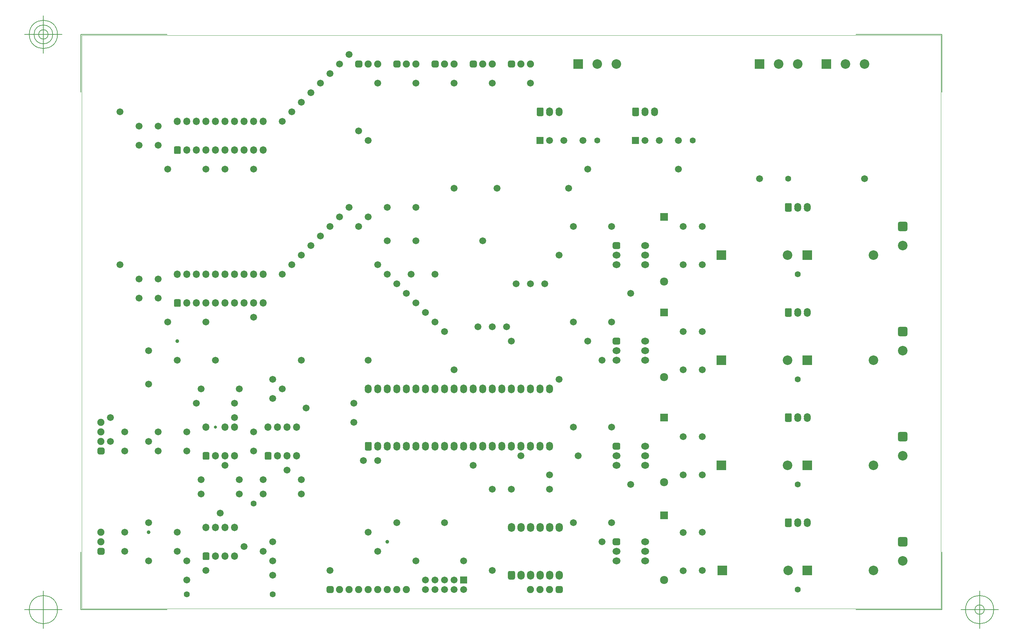
<source format=gbr>
G04 Generated by Ultiboard 14.3 *
%FSLAX35Y35*%
%MOMM*%

%ADD10C,0.00001*%
%ADD11C,0.00100*%
%ADD12C,0.12700*%
%ADD13C,0.00127*%
%ADD14C,0.99492*%
%ADD15C,0.76200*%
%ADD16C,1.82880*%
%ADD17C,1.01600*%
%ADD18C,0.80000*%
%ADD19C,1.90500*%
%ADD20C,1.60000*%
%ADD21R,2.54000X2.54000*%
%ADD22C,2.54000*%
%ADD23R,2.15900X2.15900*%
%ADD24C,2.15900*%
%ADD25C,1.82880*%
%ADD26R,1.82880X1.82880*%
%ADD27C,1.00000*%


G04 ColorRGB FF00CC for the following layer *
%LNSolder Mask Top*%
%LPD*%
G54D10*
G54D11*
G36*
X12604750Y462496D02*
X12604750Y553504D01*
X12795250Y553504D01*
X12795250Y462496D01*
X12604750Y462496D01*
G37*
G36*
X12654496Y412750D02*
X12654496Y603250D01*
X12745504Y603250D01*
X12745504Y412750D01*
X12654496Y412750D01*
G37*
G36*
X14122400Y1724660D02*
X14122400Y1831340D01*
X14325600Y1831340D01*
X14325600Y1724660D01*
X14122400Y1724660D01*
G37*
G36*
X14160500Y1686560D02*
X14160500Y1869440D01*
X14287500Y1869440D01*
X14287500Y1686560D01*
X14160500Y1686560D01*
G37*
G36*
X14213840Y1432560D02*
X14213840Y1615440D01*
X14234160Y1615440D01*
X14234160Y1432560D01*
X14213840Y1432560D01*
G37*
G36*
X14213840Y1178560D02*
X14213840Y1361440D01*
X14234160Y1361440D01*
X14234160Y1178560D01*
X14213840Y1178560D01*
G37*
G36*
X14975840Y1178560D02*
X14975840Y1361440D01*
X14996160Y1361440D01*
X14996160Y1178560D01*
X14975840Y1178560D01*
G37*
G36*
X14975840Y1432560D02*
X14975840Y1615440D01*
X14996160Y1615440D01*
X14996160Y1432560D01*
X14975840Y1432560D01*
G37*
G36*
X14975840Y1686560D02*
X14975840Y1869440D01*
X14996160Y1869440D01*
X14996160Y1686560D01*
X14975840Y1686560D01*
G37*
G36*
X21717000Y1701800D02*
X21717000Y1854200D01*
X21971000Y1854200D01*
X21971000Y1701800D01*
X21717000Y1701800D01*
G37*
G36*
X21767800Y1651000D02*
X21767800Y1905000D01*
X21920200Y1905000D01*
X21920200Y1651000D01*
X21767800Y1651000D01*
G37*
G36*
X18958560Y2263140D02*
X18958560Y2308860D01*
X19141440Y2308860D01*
X19141440Y2263140D01*
X18958560Y2263140D01*
G37*
G36*
X19212560Y2263140D02*
X19212560Y2308860D01*
X19395440Y2308860D01*
X19395440Y2263140D01*
X19212560Y2263140D01*
G37*
G36*
X18704560Y2209800D02*
X18704560Y2362200D01*
X18887440Y2362200D01*
X18887440Y2209800D01*
X18704560Y2209800D01*
G37*
G36*
X18742660Y2171700D02*
X18742660Y2400300D01*
X18849340Y2400300D01*
X18849340Y2171700D01*
X18742660Y2171700D01*
G37*
G36*
X14122400Y4264660D02*
X14122400Y4371340D01*
X14325600Y4371340D01*
X14325600Y4264660D01*
X14122400Y4264660D01*
G37*
G36*
X14160500Y4226560D02*
X14160500Y4409440D01*
X14287500Y4409440D01*
X14287500Y4226560D01*
X14160500Y4226560D01*
G37*
G36*
X14213840Y3972560D02*
X14213840Y4155440D01*
X14234160Y4155440D01*
X14234160Y3972560D01*
X14213840Y3972560D01*
G37*
G36*
X14213840Y3718560D02*
X14213840Y3901440D01*
X14234160Y3901440D01*
X14234160Y3718560D01*
X14213840Y3718560D01*
G37*
G36*
X14975840Y3718560D02*
X14975840Y3901440D01*
X14996160Y3901440D01*
X14996160Y3718560D01*
X14975840Y3718560D01*
G37*
G36*
X14975840Y3972560D02*
X14975840Y4155440D01*
X14996160Y4155440D01*
X14996160Y3972560D01*
X14975840Y3972560D01*
G37*
G36*
X14975840Y4226560D02*
X14975840Y4409440D01*
X14996160Y4409440D01*
X14996160Y4226560D01*
X14975840Y4226560D01*
G37*
G36*
X21717000Y4495800D02*
X21717000Y4648200D01*
X21971000Y4648200D01*
X21971000Y4495800D01*
X21717000Y4495800D01*
G37*
G36*
X21767800Y4445000D02*
X21767800Y4699000D01*
X21920200Y4699000D01*
X21920200Y4445000D01*
X21767800Y4445000D01*
G37*
G36*
X18958560Y5057140D02*
X18958560Y5102860D01*
X19141440Y5102860D01*
X19141440Y5057140D01*
X18958560Y5057140D01*
G37*
G36*
X19212560Y5057140D02*
X19212560Y5102860D01*
X19395440Y5102860D01*
X19395440Y5057140D01*
X19212560Y5057140D01*
G37*
G36*
X18704560Y5003800D02*
X18704560Y5156200D01*
X18887440Y5156200D01*
X18887440Y5003800D01*
X18704560Y5003800D01*
G37*
G36*
X18742660Y4965700D02*
X18742660Y5194300D01*
X18849340Y5194300D01*
X18849340Y4965700D01*
X18742660Y4965700D01*
G37*
G36*
X14122400Y7058660D02*
X14122400Y7165340D01*
X14325600Y7165340D01*
X14325600Y7058660D01*
X14122400Y7058660D01*
G37*
G36*
X14160500Y7020560D02*
X14160500Y7203440D01*
X14287500Y7203440D01*
X14287500Y7020560D01*
X14160500Y7020560D01*
G37*
G36*
X14213840Y6766560D02*
X14213840Y6949440D01*
X14234160Y6949440D01*
X14234160Y6766560D01*
X14213840Y6766560D01*
G37*
G36*
X14213840Y6512560D02*
X14213840Y6695440D01*
X14234160Y6695440D01*
X14234160Y6512560D01*
X14213840Y6512560D01*
G37*
G36*
X14975840Y6512560D02*
X14975840Y6695440D01*
X14996160Y6695440D01*
X14996160Y6512560D01*
X14975840Y6512560D01*
G37*
G36*
X14975840Y6766560D02*
X14975840Y6949440D01*
X14996160Y6949440D01*
X14996160Y6766560D01*
X14975840Y6766560D01*
G37*
G36*
X14975840Y7020560D02*
X14975840Y7203440D01*
X14996160Y7203440D01*
X14996160Y7020560D01*
X14975840Y7020560D01*
G37*
G36*
X21717000Y7289800D02*
X21717000Y7442200D01*
X21971000Y7442200D01*
X21971000Y7289800D01*
X21717000Y7289800D01*
G37*
G36*
X21767800Y7239000D02*
X21767800Y7493000D01*
X21920200Y7493000D01*
X21920200Y7239000D01*
X21767800Y7239000D01*
G37*
G36*
X18958560Y7851140D02*
X18958560Y7896860D01*
X19141440Y7896860D01*
X19141440Y7851140D01*
X18958560Y7851140D01*
G37*
G36*
X19212560Y7851140D02*
X19212560Y7896860D01*
X19395440Y7896860D01*
X19395440Y7851140D01*
X19212560Y7851140D01*
G37*
G36*
X18704560Y7797800D02*
X18704560Y7950200D01*
X18887440Y7950200D01*
X18887440Y7797800D01*
X18704560Y7797800D01*
G37*
G36*
X18742660Y7759700D02*
X18742660Y7988300D01*
X18849340Y7988300D01*
X18849340Y7759700D01*
X18742660Y7759700D01*
G37*
G36*
X14122400Y9598660D02*
X14122400Y9705340D01*
X14325600Y9705340D01*
X14325600Y9598660D01*
X14122400Y9598660D01*
G37*
G36*
X14160500Y9560560D02*
X14160500Y9743440D01*
X14287500Y9743440D01*
X14287500Y9560560D01*
X14160500Y9560560D01*
G37*
G36*
X14213840Y9306560D02*
X14213840Y9489440D01*
X14234160Y9489440D01*
X14234160Y9306560D01*
X14213840Y9306560D01*
G37*
G36*
X14213840Y9052560D02*
X14213840Y9235440D01*
X14234160Y9235440D01*
X14234160Y9052560D01*
X14213840Y9052560D01*
G37*
G36*
X14975840Y9052560D02*
X14975840Y9235440D01*
X14996160Y9235440D01*
X14996160Y9052560D01*
X14975840Y9052560D01*
G37*
G36*
X14975840Y9306560D02*
X14975840Y9489440D01*
X14996160Y9489440D01*
X14996160Y9306560D01*
X14975840Y9306560D01*
G37*
G36*
X14975840Y9560560D02*
X14975840Y9743440D01*
X14996160Y9743440D01*
X14996160Y9560560D01*
X14975840Y9560560D01*
G37*
G36*
X21717000Y10083800D02*
X21717000Y10236200D01*
X21971000Y10236200D01*
X21971000Y10083800D01*
X21717000Y10083800D01*
G37*
G36*
X21767800Y10033000D02*
X21767800Y10287000D01*
X21920200Y10287000D01*
X21920200Y10033000D01*
X21767800Y10033000D01*
G37*
G36*
X18958560Y10645140D02*
X18958560Y10690860D01*
X19141440Y10690860D01*
X19141440Y10645140D01*
X18958560Y10645140D01*
G37*
G36*
X19212560Y10645140D02*
X19212560Y10690860D01*
X19395440Y10690860D01*
X19395440Y10645140D01*
X19212560Y10645140D01*
G37*
G36*
X18704560Y10591800D02*
X18704560Y10744200D01*
X18887440Y10744200D01*
X18887440Y10591800D01*
X18704560Y10591800D01*
G37*
G36*
X18742660Y10553700D02*
X18742660Y10782300D01*
X18849340Y10782300D01*
X18849340Y10553700D01*
X18742660Y10553700D01*
G37*
G36*
X412750Y1478496D02*
X412750Y1569504D01*
X603250Y1569504D01*
X603250Y1478496D01*
X412750Y1478496D01*
G37*
G36*
X462496Y1428750D02*
X462496Y1619250D01*
X553504Y1619250D01*
X553504Y1428750D01*
X462496Y1428750D01*
G37*
G36*
X3464560Y1386840D02*
X3464560Y1407160D01*
X3647440Y1407160D01*
X3647440Y1386840D01*
X3464560Y1386840D01*
G37*
G36*
X3718560Y1386840D02*
X3718560Y1407160D01*
X3901440Y1407160D01*
X3901440Y1386840D01*
X3718560Y1386840D01*
G37*
G36*
X3972560Y1386840D02*
X3972560Y1407160D01*
X4155440Y1407160D01*
X4155440Y1386840D01*
X3972560Y1386840D01*
G37*
G36*
X3210560Y2148840D02*
X3210560Y2169160D01*
X3393440Y2169160D01*
X3393440Y2148840D01*
X3210560Y2148840D01*
G37*
G36*
X3464560Y2148840D02*
X3464560Y2169160D01*
X3647440Y2169160D01*
X3647440Y2148840D01*
X3464560Y2148840D01*
G37*
G36*
X3718560Y2148840D02*
X3718560Y2169160D01*
X3901440Y2169160D01*
X3901440Y2148840D01*
X3718560Y2148840D01*
G37*
G36*
X3972560Y2148840D02*
X3972560Y2169160D01*
X4155440Y2169160D01*
X4155440Y2148840D01*
X3972560Y2148840D01*
G37*
G36*
X3210560Y1333500D02*
X3210560Y1460500D01*
X3393440Y1460500D01*
X3393440Y1333500D01*
X3210560Y1333500D01*
G37*
G36*
X3248660Y1295400D02*
X3248660Y1498600D01*
X3355340Y1498600D01*
X3355340Y1295400D01*
X3248660Y1295400D01*
G37*
G36*
X8798560Y4295140D02*
X8798560Y4340860D01*
X8981440Y4340860D01*
X8981440Y4295140D01*
X8798560Y4295140D01*
G37*
G36*
X8036560Y4295140D02*
X8036560Y4340860D01*
X8219440Y4340860D01*
X8219440Y4295140D01*
X8036560Y4295140D01*
G37*
G36*
X7782560Y4295140D02*
X7782560Y4340860D01*
X7965440Y4340860D01*
X7965440Y4295140D01*
X7782560Y4295140D01*
G37*
G36*
X7528560Y4241800D02*
X7528560Y4394200D01*
X7711440Y4394200D01*
X7711440Y4241800D01*
X7528560Y4241800D01*
G37*
G36*
X7566660Y4203700D02*
X7566660Y4432300D01*
X7673340Y4432300D01*
X7673340Y4203700D01*
X7566660Y4203700D01*
G37*
G36*
X8544560Y4295140D02*
X8544560Y4340860D01*
X8727440Y4340860D01*
X8727440Y4295140D01*
X8544560Y4295140D01*
G37*
G36*
X8290560Y4295140D02*
X8290560Y4340860D01*
X8473440Y4340860D01*
X8473440Y4295140D01*
X8290560Y4295140D01*
G37*
G36*
X10322560Y4295140D02*
X10322560Y4340860D01*
X10505440Y4340860D01*
X10505440Y4295140D01*
X10322560Y4295140D01*
G37*
G36*
X9560560Y4295140D02*
X9560560Y4340860D01*
X9743440Y4340860D01*
X9743440Y4295140D01*
X9560560Y4295140D01*
G37*
G36*
X9306560Y4295140D02*
X9306560Y4340860D01*
X9489440Y4340860D01*
X9489440Y4295140D01*
X9306560Y4295140D01*
G37*
G36*
X9052560Y4295140D02*
X9052560Y4340860D01*
X9235440Y4340860D01*
X9235440Y4295140D01*
X9052560Y4295140D01*
G37*
G36*
X9814560Y4295140D02*
X9814560Y4340860D01*
X9997440Y4340860D01*
X9997440Y4295140D01*
X9814560Y4295140D01*
G37*
G36*
X10068560Y4295140D02*
X10068560Y4340860D01*
X10251440Y4340860D01*
X10251440Y4295140D01*
X10068560Y4295140D01*
G37*
G36*
X11084560Y4295140D02*
X11084560Y4340860D01*
X11267440Y4340860D01*
X11267440Y4295140D01*
X11084560Y4295140D01*
G37*
G36*
X10576560Y4295140D02*
X10576560Y4340860D01*
X10759440Y4340860D01*
X10759440Y4295140D01*
X10576560Y4295140D01*
G37*
G36*
X10830560Y4295140D02*
X10830560Y4340860D01*
X11013440Y4340860D01*
X11013440Y4295140D01*
X10830560Y4295140D01*
G37*
G36*
X11846560Y4295140D02*
X11846560Y4340860D01*
X12029440Y4340860D01*
X12029440Y4295140D01*
X11846560Y4295140D01*
G37*
G36*
X11338560Y4295140D02*
X11338560Y4340860D01*
X11521440Y4340860D01*
X11521440Y4295140D01*
X11338560Y4295140D01*
G37*
G36*
X11592560Y4295140D02*
X11592560Y4340860D01*
X11775440Y4340860D01*
X11775440Y4295140D01*
X11592560Y4295140D01*
G37*
G36*
X12100560Y4295140D02*
X12100560Y4340860D01*
X12283440Y4340860D01*
X12283440Y4295140D01*
X12100560Y4295140D01*
G37*
G36*
X12354560Y4295140D02*
X12354560Y4340860D01*
X12537440Y4340860D01*
X12537440Y4295140D01*
X12354560Y4295140D01*
G37*
G36*
X8798560Y5819140D02*
X8798560Y5864860D01*
X8981440Y5864860D01*
X8981440Y5819140D01*
X8798560Y5819140D01*
G37*
G36*
X8036560Y5819140D02*
X8036560Y5864860D01*
X8219440Y5864860D01*
X8219440Y5819140D01*
X8036560Y5819140D01*
G37*
G36*
X7782560Y5819140D02*
X7782560Y5864860D01*
X7965440Y5864860D01*
X7965440Y5819140D01*
X7782560Y5819140D01*
G37*
G36*
X8544560Y5819140D02*
X8544560Y5864860D01*
X8727440Y5864860D01*
X8727440Y5819140D01*
X8544560Y5819140D01*
G37*
G36*
X8290560Y5819140D02*
X8290560Y5864860D01*
X8473440Y5864860D01*
X8473440Y5819140D01*
X8290560Y5819140D01*
G37*
G36*
X10322560Y5819140D02*
X10322560Y5864860D01*
X10505440Y5864860D01*
X10505440Y5819140D01*
X10322560Y5819140D01*
G37*
G36*
X9560560Y5819140D02*
X9560560Y5864860D01*
X9743440Y5864860D01*
X9743440Y5819140D01*
X9560560Y5819140D01*
G37*
G36*
X9306560Y5819140D02*
X9306560Y5864860D01*
X9489440Y5864860D01*
X9489440Y5819140D01*
X9306560Y5819140D01*
G37*
G36*
X9052560Y5819140D02*
X9052560Y5864860D01*
X9235440Y5864860D01*
X9235440Y5819140D01*
X9052560Y5819140D01*
G37*
G36*
X10068560Y5819140D02*
X10068560Y5864860D01*
X10251440Y5864860D01*
X10251440Y5819140D01*
X10068560Y5819140D01*
G37*
G36*
X9814560Y5819140D02*
X9814560Y5864860D01*
X9997440Y5864860D01*
X9997440Y5819140D01*
X9814560Y5819140D01*
G37*
G36*
X11084560Y5819140D02*
X11084560Y5864860D01*
X11267440Y5864860D01*
X11267440Y5819140D01*
X11084560Y5819140D01*
G37*
G36*
X10830560Y5819140D02*
X10830560Y5864860D01*
X11013440Y5864860D01*
X11013440Y5819140D01*
X10830560Y5819140D01*
G37*
G36*
X10576560Y5819140D02*
X10576560Y5864860D01*
X10759440Y5864860D01*
X10759440Y5819140D01*
X10576560Y5819140D01*
G37*
G36*
X11846560Y5819140D02*
X11846560Y5864860D01*
X12029440Y5864860D01*
X12029440Y5819140D01*
X11846560Y5819140D01*
G37*
G36*
X11592560Y5819140D02*
X11592560Y5864860D01*
X11775440Y5864860D01*
X11775440Y5819140D01*
X11592560Y5819140D01*
G37*
G36*
X11338560Y5819140D02*
X11338560Y5864860D01*
X11521440Y5864860D01*
X11521440Y5819140D01*
X11338560Y5819140D01*
G37*
G36*
X12100560Y5819140D02*
X12100560Y5864860D01*
X12283440Y5864860D01*
X12283440Y5819140D01*
X12100560Y5819140D01*
G37*
G36*
X12354560Y5819140D02*
X12354560Y5864860D01*
X12537440Y5864860D01*
X12537440Y5819140D01*
X12354560Y5819140D01*
G37*
G36*
X7528560Y5819140D02*
X7528560Y5864860D01*
X7711440Y5864860D01*
X7711440Y5819140D01*
X7528560Y5819140D01*
G37*
G36*
X3464560Y4053840D02*
X3464560Y4074160D01*
X3647440Y4074160D01*
X3647440Y4053840D01*
X3464560Y4053840D01*
G37*
G36*
X3718560Y4053840D02*
X3718560Y4074160D01*
X3901440Y4074160D01*
X3901440Y4053840D01*
X3718560Y4053840D01*
G37*
G36*
X3972560Y4053840D02*
X3972560Y4074160D01*
X4155440Y4074160D01*
X4155440Y4053840D01*
X3972560Y4053840D01*
G37*
G36*
X3210560Y4815840D02*
X3210560Y4836160D01*
X3393440Y4836160D01*
X3393440Y4815840D01*
X3210560Y4815840D01*
G37*
G36*
X3718560Y4815840D02*
X3718560Y4836160D01*
X3901440Y4836160D01*
X3901440Y4815840D01*
X3718560Y4815840D01*
G37*
G36*
X3972560Y4815840D02*
X3972560Y4836160D01*
X4155440Y4836160D01*
X4155440Y4815840D01*
X3972560Y4815840D01*
G37*
G36*
X3210560Y4000500D02*
X3210560Y4127500D01*
X3393440Y4127500D01*
X3393440Y4000500D01*
X3210560Y4000500D01*
G37*
G36*
X3248660Y3962400D02*
X3248660Y4165600D01*
X3355340Y4165600D01*
X3355340Y3962400D01*
X3248660Y3962400D01*
G37*
G36*
X5115560Y4053840D02*
X5115560Y4074160D01*
X5298440Y4074160D01*
X5298440Y4053840D01*
X5115560Y4053840D01*
G37*
G36*
X5369560Y4053840D02*
X5369560Y4074160D01*
X5552440Y4074160D01*
X5552440Y4053840D01*
X5369560Y4053840D01*
G37*
G36*
X5623560Y4053840D02*
X5623560Y4074160D01*
X5806440Y4074160D01*
X5806440Y4053840D01*
X5623560Y4053840D01*
G37*
G36*
X4861560Y4815840D02*
X4861560Y4836160D01*
X5044440Y4836160D01*
X5044440Y4815840D01*
X4861560Y4815840D01*
G37*
G36*
X5115560Y4815840D02*
X5115560Y4836160D01*
X5298440Y4836160D01*
X5298440Y4815840D01*
X5115560Y4815840D01*
G37*
G36*
X5369560Y4815840D02*
X5369560Y4836160D01*
X5552440Y4836160D01*
X5552440Y4815840D01*
X5369560Y4815840D01*
G37*
G36*
X5623560Y4815840D02*
X5623560Y4836160D01*
X5806440Y4836160D01*
X5806440Y4815840D01*
X5623560Y4815840D01*
G37*
G36*
X4861560Y4000500D02*
X4861560Y4127500D01*
X5044440Y4127500D01*
X5044440Y4000500D01*
X4861560Y4000500D01*
G37*
G36*
X4899660Y3962400D02*
X4899660Y4165600D01*
X5006340Y4165600D01*
X5006340Y3962400D01*
X4899660Y3962400D01*
G37*
G36*
X412750Y4145496D02*
X412750Y4236504D01*
X603250Y4236504D01*
X603250Y4145496D01*
X412750Y4145496D01*
G37*
G36*
X462496Y4095750D02*
X462496Y4286250D01*
X553504Y4286250D01*
X553504Y4095750D01*
X462496Y4095750D01*
G37*
G36*
X2448560Y8064500D02*
X2448560Y8191500D01*
X2631440Y8191500D01*
X2631440Y8064500D01*
X2448560Y8064500D01*
G37*
G36*
X2486660Y8026400D02*
X2486660Y8229600D01*
X2593340Y8229600D01*
X2593340Y8026400D01*
X2486660Y8026400D01*
G37*
G36*
X2702560Y8117840D02*
X2702560Y8138160D01*
X2885440Y8138160D01*
X2885440Y8117840D01*
X2702560Y8117840D01*
G37*
G36*
X2956560Y8117840D02*
X2956560Y8138160D01*
X3139440Y8138160D01*
X3139440Y8117840D01*
X2956560Y8117840D01*
G37*
G36*
X3210560Y8117840D02*
X3210560Y8138160D01*
X3393440Y8138160D01*
X3393440Y8117840D01*
X3210560Y8117840D01*
G37*
G36*
X3464560Y8117840D02*
X3464560Y8138160D01*
X3647440Y8138160D01*
X3647440Y8117840D01*
X3464560Y8117840D01*
G37*
G36*
X3718560Y8117840D02*
X3718560Y8138160D01*
X3901440Y8138160D01*
X3901440Y8117840D01*
X3718560Y8117840D01*
G37*
G36*
X3972560Y8117840D02*
X3972560Y8138160D01*
X4155440Y8138160D01*
X4155440Y8117840D01*
X3972560Y8117840D01*
G37*
G36*
X4226560Y8117840D02*
X4226560Y8138160D01*
X4409440Y8138160D01*
X4409440Y8117840D01*
X4226560Y8117840D01*
G37*
G36*
X4480560Y8117840D02*
X4480560Y8138160D01*
X4663440Y8138160D01*
X4663440Y8117840D01*
X4480560Y8117840D01*
G37*
G36*
X4734560Y8117840D02*
X4734560Y8138160D01*
X4917440Y8138160D01*
X4917440Y8117840D01*
X4734560Y8117840D01*
G37*
G36*
X2702560Y8879840D02*
X2702560Y8900160D01*
X2885440Y8900160D01*
X2885440Y8879840D01*
X2702560Y8879840D01*
G37*
G36*
X2956560Y8879840D02*
X2956560Y8900160D01*
X3139440Y8900160D01*
X3139440Y8879840D01*
X2956560Y8879840D01*
G37*
G36*
X3210560Y8879840D02*
X3210560Y8900160D01*
X3393440Y8900160D01*
X3393440Y8879840D01*
X3210560Y8879840D01*
G37*
G36*
X3464560Y8879840D02*
X3464560Y8900160D01*
X3647440Y8900160D01*
X3647440Y8879840D01*
X3464560Y8879840D01*
G37*
G36*
X3718560Y8879840D02*
X3718560Y8900160D01*
X3901440Y8900160D01*
X3901440Y8879840D01*
X3718560Y8879840D01*
G37*
G36*
X3972560Y8879840D02*
X3972560Y8900160D01*
X4155440Y8900160D01*
X4155440Y8879840D01*
X3972560Y8879840D01*
G37*
G36*
X4226560Y8879840D02*
X4226560Y8900160D01*
X4409440Y8900160D01*
X4409440Y8879840D01*
X4226560Y8879840D01*
G37*
G36*
X4480560Y8879840D02*
X4480560Y8900160D01*
X4663440Y8900160D01*
X4663440Y8879840D01*
X4480560Y8879840D01*
G37*
G36*
X4734560Y8879840D02*
X4734560Y8900160D01*
X4917440Y8900160D01*
X4917440Y8879840D01*
X4734560Y8879840D01*
G37*
G36*
X2448560Y8879840D02*
X2448560Y8900160D01*
X2631440Y8900160D01*
X2631440Y8879840D01*
X2448560Y8879840D01*
G37*
G36*
X2448560Y12128500D02*
X2448560Y12255500D01*
X2631440Y12255500D01*
X2631440Y12128500D01*
X2448560Y12128500D01*
G37*
G36*
X2486660Y12090400D02*
X2486660Y12293600D01*
X2593340Y12293600D01*
X2593340Y12090400D01*
X2486660Y12090400D01*
G37*
G36*
X2702560Y12181840D02*
X2702560Y12202160D01*
X2885440Y12202160D01*
X2885440Y12181840D01*
X2702560Y12181840D01*
G37*
G36*
X2956560Y12181840D02*
X2956560Y12202160D01*
X3139440Y12202160D01*
X3139440Y12181840D01*
X2956560Y12181840D01*
G37*
G36*
X3210560Y12181840D02*
X3210560Y12202160D01*
X3393440Y12202160D01*
X3393440Y12181840D01*
X3210560Y12181840D01*
G37*
G36*
X3464560Y12181840D02*
X3464560Y12202160D01*
X3647440Y12202160D01*
X3647440Y12181840D01*
X3464560Y12181840D01*
G37*
G36*
X3718560Y12181840D02*
X3718560Y12202160D01*
X3901440Y12202160D01*
X3901440Y12181840D01*
X3718560Y12181840D01*
G37*
G36*
X3972560Y12181840D02*
X3972560Y12202160D01*
X4155440Y12202160D01*
X4155440Y12181840D01*
X3972560Y12181840D01*
G37*
G36*
X4226560Y12181840D02*
X4226560Y12202160D01*
X4409440Y12202160D01*
X4409440Y12181840D01*
X4226560Y12181840D01*
G37*
G36*
X4480560Y12181840D02*
X4480560Y12202160D01*
X4663440Y12202160D01*
X4663440Y12181840D01*
X4480560Y12181840D01*
G37*
G36*
X4734560Y12181840D02*
X4734560Y12202160D01*
X4917440Y12202160D01*
X4917440Y12181840D01*
X4734560Y12181840D01*
G37*
G36*
X2702560Y12943840D02*
X2702560Y12964160D01*
X2885440Y12964160D01*
X2885440Y12943840D01*
X2702560Y12943840D01*
G37*
G36*
X2956560Y12943840D02*
X2956560Y12964160D01*
X3139440Y12964160D01*
X3139440Y12943840D01*
X2956560Y12943840D01*
G37*
G36*
X3210560Y12943840D02*
X3210560Y12964160D01*
X3393440Y12964160D01*
X3393440Y12943840D01*
X3210560Y12943840D01*
G37*
G36*
X3464560Y12943840D02*
X3464560Y12964160D01*
X3647440Y12964160D01*
X3647440Y12943840D01*
X3464560Y12943840D01*
G37*
G36*
X3718560Y12943840D02*
X3718560Y12964160D01*
X3901440Y12964160D01*
X3901440Y12943840D01*
X3718560Y12943840D01*
G37*
G36*
X3972560Y12943840D02*
X3972560Y12964160D01*
X4155440Y12964160D01*
X4155440Y12943840D01*
X3972560Y12943840D01*
G37*
G36*
X4226560Y12943840D02*
X4226560Y12964160D01*
X4409440Y12964160D01*
X4409440Y12943840D01*
X4226560Y12943840D01*
G37*
G36*
X4480560Y12943840D02*
X4480560Y12964160D01*
X4663440Y12964160D01*
X4663440Y12943840D01*
X4480560Y12943840D01*
G37*
G36*
X4734560Y12943840D02*
X4734560Y12964160D01*
X4917440Y12964160D01*
X4917440Y12943840D01*
X4734560Y12943840D01*
G37*
G36*
X2448560Y12943840D02*
X2448560Y12964160D01*
X2631440Y12964160D01*
X2631440Y12943840D01*
X2448560Y12943840D01*
G37*
G36*
X11334750Y812800D02*
X11334750Y965200D01*
X11525250Y965200D01*
X11525250Y812800D01*
X11334750Y812800D01*
G37*
G36*
X11372850Y774700D02*
X11372850Y1003300D01*
X11487150Y1003300D01*
X11487150Y774700D01*
X11372850Y774700D01*
G37*
G36*
X11588750Y866140D02*
X11588750Y911860D01*
X11779250Y911860D01*
X11779250Y866140D01*
X11588750Y866140D01*
G37*
G36*
X11680190Y774700D02*
X11680190Y1003300D01*
X11687810Y1003300D01*
X11687810Y774700D01*
X11680190Y774700D01*
G37*
G36*
X11842750Y866140D02*
X11842750Y911860D01*
X12033250Y911860D01*
X12033250Y866140D01*
X11842750Y866140D01*
G37*
G36*
X11934190Y774700D02*
X11934190Y1003300D01*
X11941810Y1003300D01*
X11941810Y774700D01*
X11934190Y774700D01*
G37*
G36*
X12096750Y866140D02*
X12096750Y911860D01*
X12287250Y911860D01*
X12287250Y866140D01*
X12096750Y866140D01*
G37*
G36*
X12188190Y774700D02*
X12188190Y1003300D01*
X12195810Y1003300D01*
X12195810Y774700D01*
X12188190Y774700D01*
G37*
G36*
X12350750Y866140D02*
X12350750Y911860D01*
X12541250Y911860D01*
X12541250Y866140D01*
X12350750Y866140D01*
G37*
G36*
X12442190Y774700D02*
X12442190Y1003300D01*
X12449810Y1003300D01*
X12449810Y774700D01*
X12442190Y774700D01*
G37*
G36*
X11334750Y2136140D02*
X11334750Y2181860D01*
X11525250Y2181860D01*
X11525250Y2136140D01*
X11334750Y2136140D01*
G37*
G36*
X11426190Y2044700D02*
X11426190Y2273300D01*
X11433810Y2273300D01*
X11433810Y2044700D01*
X11426190Y2044700D01*
G37*
G36*
X11588750Y2136140D02*
X11588750Y2181860D01*
X11779250Y2181860D01*
X11779250Y2136140D01*
X11588750Y2136140D01*
G37*
G36*
X11680190Y2044700D02*
X11680190Y2273300D01*
X11687810Y2273300D01*
X11687810Y2044700D01*
X11680190Y2044700D01*
G37*
G36*
X11842750Y2136140D02*
X11842750Y2181860D01*
X12033250Y2181860D01*
X12033250Y2136140D01*
X11842750Y2136140D01*
G37*
G36*
X11934190Y2044700D02*
X11934190Y2273300D01*
X11941810Y2273300D01*
X11941810Y2044700D01*
X11934190Y2044700D01*
G37*
G36*
X12096750Y2136140D02*
X12096750Y2181860D01*
X12287250Y2181860D01*
X12287250Y2136140D01*
X12096750Y2136140D01*
G37*
G36*
X12188190Y2044700D02*
X12188190Y2273300D01*
X12195810Y2273300D01*
X12195810Y2044700D01*
X12188190Y2044700D01*
G37*
G36*
X12350750Y2136140D02*
X12350750Y2181860D01*
X12541250Y2181860D01*
X12541250Y2136140D01*
X12350750Y2136140D01*
G37*
G36*
X12442190Y2044700D02*
X12442190Y2273300D01*
X12449810Y2273300D01*
X12449810Y2044700D01*
X12442190Y2044700D01*
G37*
G36*
X12604750Y2136140D02*
X12604750Y2181860D01*
X12795250Y2181860D01*
X12795250Y2136140D01*
X12604750Y2136140D01*
G37*
G36*
X12696190Y2044700D02*
X12696190Y2273300D01*
X12703810Y2273300D01*
X12703810Y2044700D01*
X12696190Y2044700D01*
G37*
G36*
X12604750Y866140D02*
X12604750Y911860D01*
X12795250Y911860D01*
X12795250Y866140D01*
X12604750Y866140D01*
G37*
G36*
X12696190Y774700D02*
X12696190Y1003300D01*
X12703810Y1003300D01*
X12703810Y774700D01*
X12696190Y774700D01*
G37*
G36*
X12354560Y13185140D02*
X12354560Y13230860D01*
X12537440Y13230860D01*
X12537440Y13185140D01*
X12354560Y13185140D01*
G37*
G36*
X12608560Y13185140D02*
X12608560Y13230860D01*
X12791440Y13230860D01*
X12791440Y13185140D01*
X12608560Y13185140D01*
G37*
G36*
X12100560Y13131800D02*
X12100560Y13284200D01*
X12283440Y13284200D01*
X12283440Y13131800D01*
X12100560Y13131800D01*
G37*
G36*
X12138660Y13093700D02*
X12138660Y13322300D01*
X12245340Y13322300D01*
X12245340Y13093700D01*
X12138660Y13093700D01*
G37*
G36*
X14894560Y13185140D02*
X14894560Y13230860D01*
X15077440Y13230860D01*
X15077440Y13185140D01*
X14894560Y13185140D01*
G37*
G36*
X15148560Y13185140D02*
X15148560Y13230860D01*
X15331440Y13230860D01*
X15331440Y13185140D01*
X15148560Y13185140D01*
G37*
G36*
X14640560Y13131800D02*
X14640560Y13284200D01*
X14823440Y13284200D01*
X14823440Y13131800D01*
X14640560Y13131800D01*
G37*
G36*
X14678660Y13093700D02*
X14678660Y13322300D01*
X14785340Y13322300D01*
X14785340Y13093700D01*
X14678660Y13093700D01*
G37*
G36*
X7270750Y14432496D02*
X7270750Y14523504D01*
X7461250Y14523504D01*
X7461250Y14432496D01*
X7270750Y14432496D01*
G37*
G36*
X7320496Y14382750D02*
X7320496Y14573250D01*
X7411504Y14573250D01*
X7411504Y14382750D01*
X7320496Y14382750D01*
G37*
G36*
X8286750Y14432496D02*
X8286750Y14523504D01*
X8477250Y14523504D01*
X8477250Y14432496D01*
X8286750Y14432496D01*
G37*
G36*
X8336496Y14382750D02*
X8336496Y14573250D01*
X8427504Y14573250D01*
X8427504Y14382750D01*
X8336496Y14382750D01*
G37*
G36*
X9302750Y14432496D02*
X9302750Y14523504D01*
X9493250Y14523504D01*
X9493250Y14432496D01*
X9302750Y14432496D01*
G37*
G36*
X9352496Y14382750D02*
X9352496Y14573250D01*
X9443504Y14573250D01*
X9443504Y14382750D01*
X9352496Y14382750D01*
G37*
G36*
X10318750Y14432496D02*
X10318750Y14523504D01*
X10509250Y14523504D01*
X10509250Y14432496D01*
X10318750Y14432496D01*
G37*
G36*
X10368496Y14382750D02*
X10368496Y14573250D01*
X10459504Y14573250D01*
X10459504Y14382750D01*
X10368496Y14382750D01*
G37*
G36*
X11334750Y14432496D02*
X11334750Y14523504D01*
X11525250Y14523504D01*
X11525250Y14432496D01*
X11334750Y14432496D01*
G37*
G36*
X11384496Y14382750D02*
X11384496Y14573250D01*
X11475504Y14573250D01*
X11475504Y14382750D01*
X11384496Y14382750D01*
G37*
G36*
X6508750Y462496D02*
X6508750Y553504D01*
X6699250Y553504D01*
X6699250Y462496D01*
X6508750Y462496D01*
G37*
G36*
X6558496Y412750D02*
X6558496Y603250D01*
X6649504Y603250D01*
X6649504Y412750D01*
X6558496Y412750D01*
G37*
G54D12*
X-25400Y-25400D02*
X-25400Y1503680D01*
X-25400Y-25400D02*
X2265680Y-25400D01*
X22885400Y-25400D02*
X20594320Y-25400D01*
X22885400Y-25400D02*
X22885400Y1503680D01*
X22885400Y15265400D02*
X22885400Y13736320D01*
X22885400Y15265400D02*
X20594320Y15265400D01*
X-25400Y15265400D02*
X2265680Y15265400D01*
X-25400Y15265400D02*
X-25400Y13736320D01*
X-525400Y-25400D02*
X-1525400Y-25400D01*
X-1025400Y-525400D02*
X-1025400Y474600D01*
X-1400400Y-25400D02*
G75*
D01*
G02X-1400400Y-25400I375000J0*
G01*
X23385400Y-25400D02*
X24385400Y-25400D01*
X23885400Y-525400D02*
X23885400Y474600D01*
X23510400Y-25400D02*
G75*
D01*
G02X23510400Y-25400I375000J0*
G01*
X23760400Y-25400D02*
G75*
D01*
G02X23760400Y-25400I125000J0*
G01*
X-525400Y15265400D02*
X-1525400Y15265400D01*
X-1025400Y14765400D02*
X-1025400Y15765400D01*
X-1400400Y15265400D02*
G75*
D01*
G02X-1400400Y15265400I375000J0*
G01*
X-1275400Y15265400D02*
G75*
D01*
G02X-1275400Y15265400I250000J0*
G01*
X-1150400Y15265400D02*
G75*
D01*
G02X-1150400Y15265400I125000J0*
G01*
X-25400Y-25400D02*
X-25400Y1503680D01*
X-25400Y-25400D02*
X2265680Y-25400D01*
X22885400Y-25400D02*
X20594320Y-25400D01*
X22885400Y-25400D02*
X22885400Y1503680D01*
X22885400Y15265400D02*
X22885400Y13736320D01*
X22885400Y15265400D02*
X20594320Y15265400D01*
X-25400Y15265400D02*
X2265680Y15265400D01*
X-25400Y15265400D02*
X-25400Y13736320D01*
X-525400Y-25400D02*
X-1525400Y-25400D01*
X-1025400Y-525400D02*
X-1025400Y474600D01*
X-1400400Y-25400D02*
G75*
D01*
G02X-1400400Y-25400I375000J0*
G01*
X23385400Y-25400D02*
X24385400Y-25400D01*
X23885400Y-525400D02*
X23885400Y474600D01*
X23510400Y-25400D02*
G75*
D01*
G02X23510400Y-25400I375000J0*
G01*
X23760400Y-25400D02*
G75*
D01*
G02X23760400Y-25400I125000J0*
G01*
X-525400Y15265400D02*
X-1525400Y15265400D01*
X-1025400Y14765400D02*
X-1025400Y15765400D01*
X-1400400Y15265400D02*
G75*
D01*
G02X-1400400Y15265400I375000J0*
G01*
X-1275400Y15265400D02*
G75*
D01*
G02X-1275400Y15265400I250000J0*
G01*
X-1150400Y15265400D02*
G75*
D01*
G02X-1150400Y15265400I125000J0*
G01*
G54D13*
X0Y0D02*
X22860000Y0D01*
X22860000Y15240000D01*
X0Y15240000D01*
X0Y0D01*
G54D14*
X12654496Y553504D03*
X12745504Y553504D03*
X12654496Y462496D03*
X12745504Y462496D03*
X462496Y1569504D03*
X553504Y1569504D03*
X462496Y1478496D03*
X553504Y1478496D03*
X462496Y4236504D03*
X553504Y4236504D03*
X462496Y4145496D03*
X553504Y4145496D03*
X7320496Y14523504D03*
X7411504Y14523504D03*
X7320496Y14432496D03*
X7411504Y14432496D03*
X8336496Y14523504D03*
X8427504Y14523504D03*
X8336496Y14432496D03*
X8427504Y14432496D03*
X9352496Y14523504D03*
X9443504Y14523504D03*
X9352496Y14432496D03*
X9443504Y14432496D03*
X10368496Y14523504D03*
X10459504Y14523504D03*
X10368496Y14432496D03*
X10459504Y14432496D03*
X11384496Y14523504D03*
X11475504Y14523504D03*
X11384496Y14432496D03*
X11475504Y14432496D03*
X6558496Y553504D03*
X6649504Y553504D03*
X6558496Y462496D03*
X6649504Y462496D03*
G54D15*
X14160500Y1831340D03*
X14287500Y1831340D03*
X14160500Y1724660D03*
X14287500Y1724660D03*
X18742660Y2362200D03*
X18849340Y2362200D03*
X18742660Y2209800D03*
X18849340Y2209800D03*
X14160500Y4371340D03*
X14287500Y4371340D03*
X14160500Y4264660D03*
X14287500Y4264660D03*
X18742660Y5156200D03*
X18849340Y5156200D03*
X18742660Y5003800D03*
X18849340Y5003800D03*
X14160500Y7165340D03*
X14287500Y7165340D03*
X14160500Y7058660D03*
X14287500Y7058660D03*
X18742660Y7950200D03*
X18849340Y7950200D03*
X18742660Y7797800D03*
X18849340Y7797800D03*
X14160500Y9705340D03*
X14287500Y9705340D03*
X14160500Y9598660D03*
X14287500Y9598660D03*
X18742660Y10744200D03*
X18849340Y10744200D03*
X18742660Y10591800D03*
X18849340Y10591800D03*
X3248660Y1460500D03*
X3355340Y1460500D03*
X3248660Y1333500D03*
X3355340Y1333500D03*
X7566660Y4394200D03*
X7673340Y4394200D03*
X7566660Y4241800D03*
X7673340Y4241800D03*
X3248660Y4127500D03*
X3355340Y4127500D03*
X3248660Y4000500D03*
X3355340Y4000500D03*
X4899660Y4127500D03*
X5006340Y4127500D03*
X4899660Y4000500D03*
X5006340Y4000500D03*
X2486660Y8191500D03*
X2593340Y8191500D03*
X2486660Y8064500D03*
X2593340Y8064500D03*
X2486660Y12255500D03*
X2593340Y12255500D03*
X2486660Y12128500D03*
X2593340Y12128500D03*
X11372850Y965200D03*
X11487150Y965200D03*
X11372850Y812800D03*
X11487150Y812800D03*
X12138660Y13284200D03*
X12245340Y13284200D03*
X12138660Y13131800D03*
X12245340Y13131800D03*
X14678660Y13284200D03*
X14785340Y13284200D03*
X14678660Y13131800D03*
X14785340Y13131800D03*
G54D16*
X14213840Y1524000D03*
X14234160Y1524000D03*
X14213840Y1270000D03*
X14234160Y1270000D03*
X14975840Y1270000D03*
X14996160Y1270000D03*
X14975840Y1524000D03*
X14996160Y1524000D03*
X14975840Y1778000D03*
X14996160Y1778000D03*
X19050000Y2308860D03*
X19050000Y2263140D03*
X19304000Y2308860D03*
X19304000Y2263140D03*
X14213840Y4064000D03*
X14234160Y4064000D03*
X14213840Y3810000D03*
X14234160Y3810000D03*
X14975840Y3810000D03*
X14996160Y3810000D03*
X14975840Y4064000D03*
X14996160Y4064000D03*
X14975840Y4318000D03*
X14996160Y4318000D03*
X19050000Y5102860D03*
X19050000Y5057140D03*
X19304000Y5102860D03*
X19304000Y5057140D03*
X14213840Y6858000D03*
X14234160Y6858000D03*
X14213840Y6604000D03*
X14234160Y6604000D03*
X14975840Y6604000D03*
X14996160Y6604000D03*
X14975840Y6858000D03*
X14996160Y6858000D03*
X14975840Y7112000D03*
X14996160Y7112000D03*
X19050000Y7896860D03*
X19050000Y7851140D03*
X19304000Y7896860D03*
X19304000Y7851140D03*
X14213840Y9398000D03*
X14234160Y9398000D03*
X14213840Y9144000D03*
X14234160Y9144000D03*
X14975840Y9144000D03*
X14996160Y9144000D03*
X14975840Y9398000D03*
X14996160Y9398000D03*
X14975840Y9652000D03*
X14996160Y9652000D03*
X19050000Y10690860D03*
X19050000Y10645140D03*
X19304000Y10690860D03*
X19304000Y10645140D03*
X3556000Y1407160D03*
X3556000Y1386840D03*
X3810000Y1407160D03*
X3810000Y1386840D03*
X4064000Y1407160D03*
X4064000Y1386840D03*
X3302000Y2169160D03*
X3302000Y2148840D03*
X3556000Y2169160D03*
X3556000Y2148840D03*
X3810000Y2169160D03*
X3810000Y2148840D03*
X4064000Y2169160D03*
X4064000Y2148840D03*
X8890000Y4340860D03*
X8890000Y4295140D03*
X8128000Y4340860D03*
X8128000Y4295140D03*
X7874000Y4340860D03*
X7874000Y4295140D03*
X8636000Y4340860D03*
X8636000Y4295140D03*
X8382000Y4340860D03*
X8382000Y4295140D03*
X10414000Y4340860D03*
X10414000Y4295140D03*
X9652000Y4340860D03*
X9652000Y4295140D03*
X9398000Y4340860D03*
X9398000Y4295140D03*
X9144000Y4340860D03*
X9144000Y4295140D03*
X9906000Y4340860D03*
X9906000Y4295140D03*
X10160000Y4340860D03*
X10160000Y4295140D03*
X11176000Y4340860D03*
X11176000Y4295140D03*
X10668000Y4340860D03*
X10668000Y4295140D03*
X10922000Y4340860D03*
X10922000Y4295140D03*
X11938000Y4340860D03*
X11938000Y4295140D03*
X11430000Y4340860D03*
X11430000Y4295140D03*
X11684000Y4340860D03*
X11684000Y4295140D03*
X12192000Y4340860D03*
X12192000Y4295140D03*
X12446000Y4340860D03*
X12446000Y4295140D03*
X8890000Y5864860D03*
X8890000Y5819140D03*
X8128000Y5864860D03*
X8128000Y5819140D03*
X7874000Y5864860D03*
X7874000Y5819140D03*
X8636000Y5864860D03*
X8636000Y5819140D03*
X8382000Y5864860D03*
X8382000Y5819140D03*
X10414000Y5864860D03*
X10414000Y5819140D03*
X9652000Y5864860D03*
X9652000Y5819140D03*
X9398000Y5864860D03*
X9398000Y5819140D03*
X9144000Y5864860D03*
X9144000Y5819140D03*
X10160000Y5864860D03*
X10160000Y5819140D03*
X9906000Y5864860D03*
X9906000Y5819140D03*
X11176000Y5864860D03*
X11176000Y5819140D03*
X10922000Y5864860D03*
X10922000Y5819140D03*
X10668000Y5864860D03*
X10668000Y5819140D03*
X11938000Y5864860D03*
X11938000Y5819140D03*
X11684000Y5864860D03*
X11684000Y5819140D03*
X11430000Y5864860D03*
X11430000Y5819140D03*
X12192000Y5864860D03*
X12192000Y5819140D03*
X12446000Y5864860D03*
X12446000Y5819140D03*
X7620000Y5864860D03*
X7620000Y5819140D03*
X3556000Y4074160D03*
X3556000Y4053840D03*
X3810000Y4074160D03*
X3810000Y4053840D03*
X4064000Y4074160D03*
X4064000Y4053840D03*
X3302000Y4836160D03*
X3302000Y4815840D03*
X3810000Y4836160D03*
X3810000Y4815840D03*
X4064000Y4836160D03*
X4064000Y4815840D03*
X5207000Y4074160D03*
X5207000Y4053840D03*
X5461000Y4074160D03*
X5461000Y4053840D03*
X5715000Y4074160D03*
X5715000Y4053840D03*
X4953000Y4836160D03*
X4953000Y4815840D03*
X5207000Y4836160D03*
X5207000Y4815840D03*
X5461000Y4836160D03*
X5461000Y4815840D03*
X5715000Y4836160D03*
X5715000Y4815840D03*
X2794000Y8138160D03*
X2794000Y8117840D03*
X3048000Y8138160D03*
X3048000Y8117840D03*
X3302000Y8138160D03*
X3302000Y8117840D03*
X3556000Y8138160D03*
X3556000Y8117840D03*
X3810000Y8138160D03*
X3810000Y8117840D03*
X4064000Y8138160D03*
X4064000Y8117840D03*
X4318000Y8138160D03*
X4318000Y8117840D03*
X4572000Y8138160D03*
X4572000Y8117840D03*
X4826000Y8138160D03*
X4826000Y8117840D03*
X2794000Y8900160D03*
X2794000Y8879840D03*
X3048000Y8900160D03*
X3048000Y8879840D03*
X3302000Y8900160D03*
X3302000Y8879840D03*
X3556000Y8900160D03*
X3556000Y8879840D03*
X3810000Y8900160D03*
X3810000Y8879840D03*
X4064000Y8900160D03*
X4064000Y8879840D03*
X4318000Y8900160D03*
X4318000Y8879840D03*
X4572000Y8900160D03*
X4572000Y8879840D03*
X4826000Y8900160D03*
X4826000Y8879840D03*
X2540000Y8900160D03*
X2540000Y8879840D03*
X2794000Y12202160D03*
X2794000Y12181840D03*
X3048000Y12202160D03*
X3048000Y12181840D03*
X3302000Y12202160D03*
X3302000Y12181840D03*
X3556000Y12202160D03*
X3556000Y12181840D03*
X3810000Y12202160D03*
X3810000Y12181840D03*
X4064000Y12202160D03*
X4064000Y12181840D03*
X4318000Y12202160D03*
X4318000Y12181840D03*
X4572000Y12202160D03*
X4572000Y12181840D03*
X4826000Y12202160D03*
X4826000Y12181840D03*
X2794000Y12964160D03*
X2794000Y12943840D03*
X3048000Y12964160D03*
X3048000Y12943840D03*
X3302000Y12964160D03*
X3302000Y12943840D03*
X3556000Y12964160D03*
X3556000Y12943840D03*
X3810000Y12964160D03*
X3810000Y12943840D03*
X4064000Y12964160D03*
X4064000Y12943840D03*
X4318000Y12964160D03*
X4318000Y12943840D03*
X4572000Y12964160D03*
X4572000Y12943840D03*
X4826000Y12964160D03*
X4826000Y12943840D03*
X2540000Y12964160D03*
X2540000Y12943840D03*
X11680190Y911860D03*
X11687810Y911860D03*
X11680190Y866140D03*
X11687810Y866140D03*
X11934190Y911860D03*
X11941810Y911860D03*
X11934190Y866140D03*
X11941810Y866140D03*
X12188190Y911860D03*
X12195810Y911860D03*
X12188190Y866140D03*
X12195810Y866140D03*
X12442190Y911860D03*
X12449810Y911860D03*
X12442190Y866140D03*
X12449810Y866140D03*
X11426190Y2181860D03*
X11433810Y2181860D03*
X11426190Y2136140D03*
X11433810Y2136140D03*
X11680190Y2181860D03*
X11687810Y2181860D03*
X11680190Y2136140D03*
X11687810Y2136140D03*
X11934190Y2181860D03*
X11941810Y2181860D03*
X11934190Y2136140D03*
X11941810Y2136140D03*
X12188190Y2181860D03*
X12195810Y2181860D03*
X12188190Y2136140D03*
X12195810Y2136140D03*
X12442190Y2181860D03*
X12449810Y2181860D03*
X12442190Y2136140D03*
X12449810Y2136140D03*
X12696190Y2181860D03*
X12703810Y2181860D03*
X12696190Y2136140D03*
X12703810Y2136140D03*
X12696190Y911860D03*
X12703810Y911860D03*
X12696190Y866140D03*
X12703810Y866140D03*
X12446000Y13230860D03*
X12446000Y13185140D03*
X12700000Y13230860D03*
X12700000Y13185140D03*
X14986000Y13230860D03*
X14986000Y13185140D03*
X15240000Y13230860D03*
X15240000Y13185140D03*
G54D17*
X21767800Y1854200D03*
X21920200Y1854200D03*
X21767800Y1701800D03*
X21920200Y1701800D03*
X21767800Y4648200D03*
X21920200Y4648200D03*
X21767800Y4495800D03*
X21920200Y4495800D03*
X21767800Y7442200D03*
X21920200Y7442200D03*
X21767800Y7289800D03*
X21920200Y7289800D03*
X21767800Y10236200D03*
X21920200Y10236200D03*
X21767800Y10083800D03*
X21920200Y10083800D03*
G54D18*
X3556000Y4826000D03*
G54D19*
X12192000Y508000D03*
X12446000Y508000D03*
X11938000Y508000D03*
X508000Y1778000D03*
X508000Y2032000D03*
X508000Y4699000D03*
X508000Y4445000D03*
X508000Y4953000D03*
X7620000Y14478000D03*
X7874000Y14478000D03*
X8636000Y14478000D03*
X8890000Y14478000D03*
X9652000Y14478000D03*
X9906000Y14478000D03*
X10668000Y14478000D03*
X10922000Y14478000D03*
X11684000Y14478000D03*
X11938000Y14478000D03*
X8382000Y508000D03*
X7620000Y508000D03*
X7112000Y508000D03*
X6858000Y508000D03*
X7366000Y508000D03*
X7874000Y508000D03*
X8128000Y508000D03*
X8636000Y508000D03*
G54D20*
X19050000Y508000D03*
X19050000Y3302000D03*
X19050000Y6096000D03*
X19050000Y8890000D03*
X18796000Y11430000D03*
X2794000Y381000D03*
X5080000Y381000D03*
X4572000Y2794000D03*
X13716000Y12446000D03*
X16256000Y12446000D03*
G54D21*
X17036500Y1016000D03*
X19304000Y1016000D03*
X17018000Y3810000D03*
X19304000Y3810000D03*
X17018000Y6604000D03*
X19304000Y6604000D03*
X17018000Y9398000D03*
X19304000Y9398000D03*
X13208000Y14478000D03*
X18034000Y14478000D03*
X19812000Y14478000D03*
G54D22*
X18796000Y1016000D03*
X21063500Y1016000D03*
X21844000Y1270000D03*
X18777500Y3810000D03*
X21063500Y3810000D03*
X21844000Y4064000D03*
X18777500Y6604000D03*
X21063500Y6604000D03*
X21844000Y6858000D03*
X18777500Y9398000D03*
X21063500Y9398000D03*
X21844000Y9652000D03*
X13716000Y14478000D03*
X14224000Y14478000D03*
X18542000Y14478000D03*
X19050000Y14478000D03*
X20320000Y14478000D03*
X20828000Y14478000D03*
G54D23*
X15494000Y2482500D03*
X15494000Y5080000D03*
X15494000Y7874000D03*
X15494000Y10414000D03*
G54D24*
X15494000Y762000D03*
X15494000Y3359500D03*
X15494000Y6153500D03*
X15494000Y8693500D03*
G54D25*
X15999555Y2027018D03*
X15999555Y1011018D03*
X16510000Y1016000D03*
X16510000Y2032000D03*
X16002000Y4572000D03*
X16002000Y3556000D03*
X16510000Y3556000D03*
X16510000Y4572000D03*
X16002000Y7366000D03*
X16002000Y6350000D03*
X16510000Y6350000D03*
X16510000Y7366000D03*
X16002000Y10160000D03*
X16002000Y9144000D03*
X16510000Y9144000D03*
X16510000Y10160000D03*
X2540000Y2032000D03*
X2540000Y1524000D03*
X1778000Y2286000D03*
X1778000Y1270000D03*
X1143000Y1524000D03*
X1143000Y2032000D03*
X7239000Y4953000D03*
X7239000Y5461000D03*
X4191000Y3048000D03*
X3175000Y3048000D03*
X3175000Y3429000D03*
X4191000Y3429000D03*
X4826000Y3429000D03*
X5842000Y3429000D03*
X2032000Y4699000D03*
X2032000Y4191000D03*
X1778000Y4445000D03*
X1143000Y4699000D03*
X1143000Y4191000D03*
X2794000Y4699000D03*
X2794000Y4191000D03*
X4572000Y4699000D03*
X4572000Y4191000D03*
X5080000Y5588000D03*
X5080000Y6096000D03*
X5334000Y5842000D03*
X4191000Y5842000D03*
X3175000Y5842000D03*
X9652000Y508000D03*
X9652000Y762000D03*
X10160000Y508000D03*
X9906000Y508000D03*
X9906000Y762000D03*
X9144000Y762000D03*
X9144000Y508000D03*
X9398000Y508000D03*
X9398000Y762000D03*
X2032000Y8763000D03*
X2032000Y8255000D03*
X2032000Y12827000D03*
X2032000Y12319000D03*
X5080000Y1778000D03*
X5080000Y1270000D03*
X4826000Y1524000D03*
X12446000Y12446000D03*
X14986000Y12446000D03*
X13335000Y12446000D03*
X12827000Y12446000D03*
X15875000Y12446000D03*
X15367000Y12446000D03*
X18034000Y11430000D03*
X20828000Y11430000D03*
X3302000Y1016000D03*
X2794000Y762000D03*
X2794000Y1270000D03*
X4318000Y1651000D03*
X5461000Y3683000D03*
X3810000Y3810000D03*
X762000Y4445000D03*
X762000Y5080000D03*
X4064000Y5080000D03*
X10160000Y1270000D03*
X7874000Y1524000D03*
X7620000Y2032000D03*
X13843000Y1778000D03*
X10922000Y1016000D03*
X6604000Y1016000D03*
X11430000Y7112000D03*
X9652000Y7366000D03*
X9398000Y7620000D03*
X9144000Y7874000D03*
X8890000Y8128000D03*
X8636000Y8382000D03*
X8382000Y8636000D03*
X5334000Y8890000D03*
X8128000Y8890000D03*
X5588000Y9144000D03*
X7874000Y9144000D03*
X5842000Y9398000D03*
X6096000Y9652000D03*
X6350000Y9906000D03*
X6604000Y10160000D03*
X6858000Y10414000D03*
X7112000Y10668000D03*
X3810000Y11684000D03*
X7620000Y12446000D03*
X7366000Y12700000D03*
X5334000Y12954000D03*
X5588000Y13208000D03*
X5842000Y13462000D03*
X6096000Y13716000D03*
X6350000Y13970000D03*
X6604000Y14224000D03*
X6858000Y14478000D03*
X1016000Y13208000D03*
X1016000Y9144000D03*
X5080000Y889000D03*
X3683000Y2540000D03*
X1778000Y6858000D03*
X1778000Y5969000D03*
X14605000Y3302000D03*
X13843000Y6604000D03*
X7620000Y6604000D03*
X7874000Y3937000D03*
X10922000Y3175000D03*
X11430000Y3175000D03*
X12446000Y3175000D03*
X12446000Y3556000D03*
X5969000Y5334000D03*
X13462000Y7112000D03*
X5842000Y6604000D03*
X3556000Y6604000D03*
X2540000Y6604000D03*
X7366000Y10160000D03*
X7620000Y10414000D03*
X10668000Y9779000D03*
X14605000Y8382000D03*
X12700000Y6096000D03*
X12700000Y9398000D03*
X11684000Y4064000D03*
X10414000Y3810000D03*
X13208000Y4064000D03*
X9906000Y11176000D03*
X11049000Y11176000D03*
X12954000Y11176000D03*
X13462000Y11684000D03*
X15875000Y11684000D03*
X8890000Y10668000D03*
X8890000Y13970000D03*
X9906000Y13970000D03*
X10922000Y13970000D03*
X11938000Y13970000D03*
X9906000Y6350000D03*
X9398000Y8890000D03*
X8890000Y9779000D03*
X8763000Y8890000D03*
X8128000Y9779000D03*
X8128000Y10668000D03*
X7874000Y13970000D03*
X7112000Y14732000D03*
X4572000Y11684000D03*
X14097000Y10160000D03*
X13081000Y10160000D03*
X14097000Y7620000D03*
X13081000Y7620000D03*
X14097000Y4826000D03*
X13081000Y4826000D03*
X5842000Y3048000D03*
X4826000Y3048000D03*
X14097000Y2286000D03*
X13081000Y2286000D03*
X1524000Y12827000D03*
X1524000Y12319000D03*
X1524000Y8763000D03*
X1524000Y8255000D03*
X2286000Y11684000D03*
X3302000Y11684000D03*
X2286000Y7620000D03*
X3302000Y7620000D03*
X3048000Y5461000D03*
X4064000Y5461000D03*
X7493000Y3937000D03*
X11303000Y7493000D03*
X10922000Y7493000D03*
X10541000Y7493000D03*
X11557000Y8636000D03*
X12319000Y8636000D03*
X11938000Y8636000D03*
X8890000Y1270000D03*
X9652000Y2286000D03*
X8382000Y2286000D03*
X4572000Y7747000D03*
G54D26*
X10160000Y762000D03*
X12192000Y12446000D03*
X14732000Y12446000D03*
G54D27*
X2540000Y7112000D03*
X8128000Y1778000D03*
X1778000Y2032000D03*
X4572000Y4191000D03*

M02*

</source>
